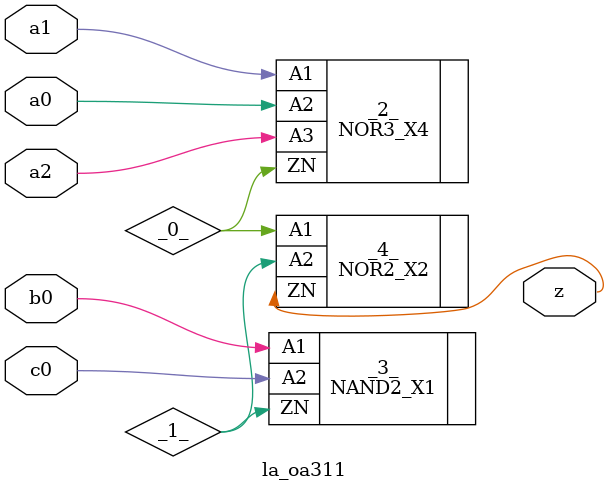
<source format=v>

/* Generated by Yosys 0.44 (git sha1 80ba43d26, g++ 11.4.0-1ubuntu1~22.04 -fPIC -O3) */

(* top =  1  *)
(* src = "generated" *)
(* keep_hierarchy *)
module la_oa311 (
    a0,
    a1,
    a2,
    b0,
    c0,
    z
);
  wire _0_;
  wire _1_;
  (* src = "generated" *)
  input a0;
  wire a0;
  (* src = "generated" *)
  input a1;
  wire a1;
  (* src = "generated" *)
  input a2;
  wire a2;
  (* src = "generated" *)
  input b0;
  wire b0;
  (* src = "generated" *)
  input c0;
  wire c0;
  (* src = "generated" *)
  output z;
  wire z;
  NOR3_X4 _2_ (
      .A1(a1),
      .A2(a0),
      .A3(a2),
      .ZN(_0_)
  );
  NAND2_X1 _3_ (
      .A1(b0),
      .A2(c0),
      .ZN(_1_)
  );
  NOR2_X2 _4_ (
      .A1(_0_),
      .A2(_1_),
      .ZN(z)
  );
endmodule

</source>
